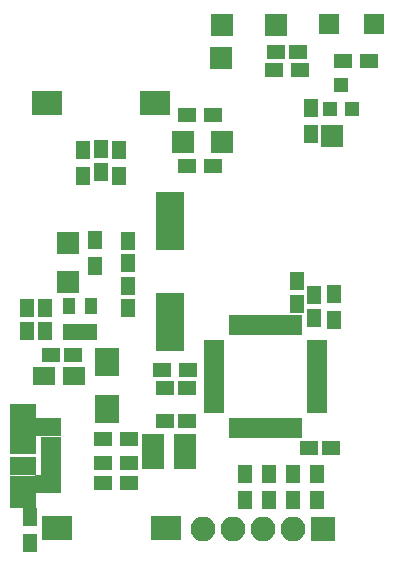
<source format=gts>
G04 #@! TF.FileFunction,Soldermask,Top*
%FSLAX46Y46*%
G04 Gerber Fmt 4.6, Leading zero omitted, Abs format (unit mm)*
G04 Created by KiCad (PCBNEW 4.0.6) date Fri May 26 17:46:32 2017*
%MOMM*%
%LPD*%
G01*
G04 APERTURE LIST*
%ADD10C,0.050000*%
%ADD11R,1.600000X1.150000*%
%ADD12R,1.150000X1.600000*%
%ADD13R,1.900000X1.650000*%
%ADD14R,1.300000X1.600000*%
%ADD15R,1.600000X1.300000*%
%ADD16R,2.580000X2.000000*%
%ADD17R,1.960000X1.050000*%
%ADD18R,0.650000X1.700000*%
%ADD19R,1.700000X0.650000*%
%ADD20R,2.400000X4.900000*%
%ADD21R,2.100000X2.400000*%
%ADD22R,1.050000X1.460000*%
%ADD23R,2.300000X2.775000*%
%ADD24R,2.300000X1.575000*%
%ADD25R,2.300000X1.547000*%
%ADD26R,1.780000X0.781000*%
%ADD27R,2.100000X2.100000*%
%ADD28O,2.100000X2.100000*%
%ADD29R,1.200000X1.300000*%
%ADD30R,1.900000X1.900000*%
%ADD31R,1.797000X1.797000*%
%ADD32R,1.924000X1.924000*%
G04 APERTURE END LIST*
D10*
D11*
X87564000Y-119634000D03*
X85664000Y-119634000D03*
D12*
X92202000Y-115631000D03*
X92202000Y-113731000D03*
D13*
X85110000Y-121412000D03*
X87610000Y-121412000D03*
D12*
X92202000Y-109921000D03*
X92202000Y-111821000D03*
D11*
X95316000Y-122428000D03*
X97216000Y-122428000D03*
D12*
X85217000Y-115636000D03*
X85217000Y-117536000D03*
D11*
X97216000Y-125222000D03*
X95316000Y-125222000D03*
D12*
X89916000Y-104074000D03*
X89916000Y-102174000D03*
X107950000Y-116456500D03*
X107950000Y-114556500D03*
D14*
X89408000Y-109898000D03*
X89408000Y-112098000D03*
D15*
X99398000Y-103632000D03*
X97198000Y-103632000D03*
X92286000Y-128778000D03*
X90086000Y-128778000D03*
X92286000Y-126746000D03*
X90086000Y-126746000D03*
D14*
X102108000Y-131910000D03*
X102108000Y-129710000D03*
X83947000Y-135529500D03*
X83947000Y-133329500D03*
X106172000Y-131910000D03*
X106172000Y-129710000D03*
X108204000Y-131910000D03*
X108204000Y-129710000D03*
X88392000Y-102278000D03*
X88392000Y-104478000D03*
X91440000Y-104478000D03*
X91440000Y-102278000D03*
D15*
X110406000Y-94742000D03*
X112606000Y-94742000D03*
X104564000Y-95504000D03*
X106764000Y-95504000D03*
D16*
X86215000Y-134239000D03*
X95395000Y-134239000D03*
D17*
X94328000Y-126812000D03*
X94328000Y-127762000D03*
X94328000Y-128712000D03*
X97028000Y-128712000D03*
X97028000Y-126812000D03*
X97028000Y-127762000D03*
D18*
X106572500Y-117062000D03*
X106072500Y-117062000D03*
X105572500Y-117062000D03*
X105072500Y-117062000D03*
X104572500Y-117062000D03*
X104072500Y-117062000D03*
X103572500Y-117062000D03*
X103072500Y-117062000D03*
X102572500Y-117062000D03*
X102072500Y-117062000D03*
X101572500Y-117062000D03*
X101072500Y-117062000D03*
D19*
X99472500Y-118662000D03*
X99472500Y-119162000D03*
X99472500Y-119662000D03*
X99472500Y-120162000D03*
X99472500Y-120662000D03*
X99472500Y-121162000D03*
X99472500Y-121662000D03*
X99472500Y-122162000D03*
X99472500Y-122662000D03*
X99472500Y-123162000D03*
X99472500Y-123662000D03*
X99472500Y-124162000D03*
D18*
X101072500Y-125762000D03*
X101572500Y-125762000D03*
X102072500Y-125762000D03*
X102572500Y-125762000D03*
X103072500Y-125762000D03*
X103572500Y-125762000D03*
X104072500Y-125762000D03*
X104572500Y-125762000D03*
X105072500Y-125762000D03*
X105572500Y-125762000D03*
X106072500Y-125762000D03*
X106572500Y-125762000D03*
D19*
X108172500Y-124162000D03*
X108172500Y-123662000D03*
X108172500Y-123162000D03*
X108172500Y-122662000D03*
X108172500Y-122162000D03*
X108172500Y-121662000D03*
X108172500Y-121162000D03*
X108172500Y-120662000D03*
X108172500Y-120162000D03*
X108172500Y-119662000D03*
X108172500Y-119162000D03*
X108172500Y-118662000D03*
D20*
X95758000Y-116772000D03*
X95758000Y-108272000D03*
D15*
X99398000Y-99314000D03*
X97198000Y-99314000D03*
D14*
X109664500Y-116606500D03*
X109664500Y-114406500D03*
D21*
X90424000Y-124174000D03*
X90424000Y-120174000D03*
D22*
X87188000Y-117686000D03*
X88138000Y-117686000D03*
X89088000Y-117686000D03*
X89088000Y-115486000D03*
X87188000Y-115486000D03*
D23*
X83312000Y-125095000D03*
X83312000Y-131191000D03*
D24*
X83312000Y-127254000D03*
X83312000Y-129032000D03*
D25*
X85471000Y-125730000D03*
X85471000Y-130556000D03*
D26*
X85725000Y-126873000D03*
X85725000Y-127508000D03*
X85725000Y-128143000D03*
X85725000Y-128778000D03*
X85725000Y-129413000D03*
D16*
X85326000Y-98298000D03*
X94506000Y-98298000D03*
D27*
X108712000Y-134366000D03*
D28*
X106172000Y-134366000D03*
X103632000Y-134366000D03*
X101092000Y-134366000D03*
X98552000Y-134366000D03*
D29*
X109286000Y-98774000D03*
X111186000Y-98774000D03*
X110236000Y-96774000D03*
D14*
X107696000Y-98722000D03*
X107696000Y-100922000D03*
D12*
X83693000Y-115636000D03*
X83693000Y-117536000D03*
D11*
X106614000Y-93980000D03*
X104714000Y-93980000D03*
D30*
X87122000Y-113410000D03*
X87122000Y-110110000D03*
X100202000Y-101600000D03*
X96902000Y-101600000D03*
X109474000Y-101092000D03*
X100076000Y-94488000D03*
D11*
X107508000Y-127508000D03*
X109408000Y-127508000D03*
D15*
X97302500Y-120904000D03*
X95102500Y-120904000D03*
D14*
X104140000Y-131910000D03*
X104140000Y-129710000D03*
D15*
X90086000Y-130429000D03*
X92286000Y-130429000D03*
D12*
X106553000Y-115250000D03*
X106553000Y-113350000D03*
D31*
X113030000Y-91567000D03*
X109220000Y-91567000D03*
D32*
X104775000Y-91630500D03*
X100203000Y-91630500D03*
M02*

</source>
